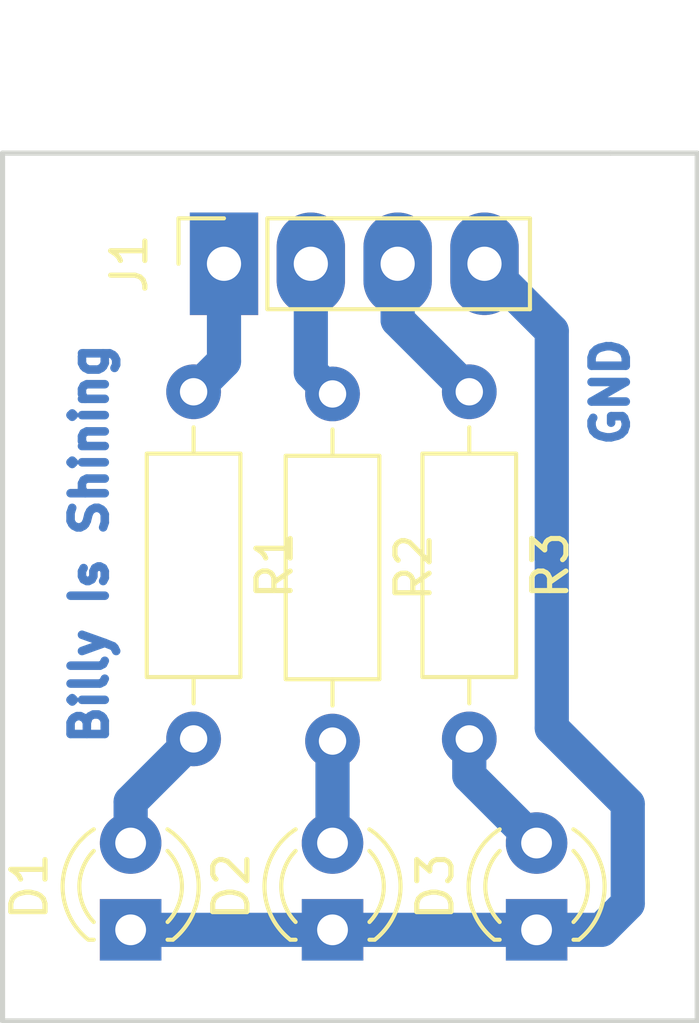
<source format=kicad_pcb>
(kicad_pcb (version 20171130) (host pcbnew "(5.0.1)-3")

  (general
    (thickness 1.6)
    (drawings 7)
    (tracks 19)
    (zones 0)
    (modules 7)
    (nets 8)
  )

  (page A4)
  (layers
    (0 F.Cu signal)
    (31 B.Cu signal)
    (32 B.Adhes user)
    (33 F.Adhes user)
    (34 B.Paste user)
    (35 F.Paste user)
    (36 B.SilkS user)
    (37 F.SilkS user)
    (38 B.Mask user)
    (39 F.Mask user)
    (40 Dwgs.User user)
    (41 Cmts.User user)
    (42 Eco1.User user)
    (43 Eco2.User user)
    (44 Edge.Cuts user)
    (45 Margin user)
    (46 B.CrtYd user)
    (47 F.CrtYd user)
    (48 B.Fab user)
    (49 F.Fab user)
  )

  (setup
    (last_trace_width 1)
    (user_trace_width 1)
    (trace_clearance 0.2)
    (zone_clearance 0.508)
    (zone_45_only no)
    (trace_min 0.2)
    (segment_width 0.2)
    (edge_width 0.15)
    (via_size 0.8)
    (via_drill 0.4)
    (via_min_size 0.4)
    (via_min_drill 0.3)
    (uvia_size 0.3)
    (uvia_drill 0.1)
    (uvias_allowed no)
    (uvia_min_size 0.2)
    (uvia_min_drill 0.1)
    (pcb_text_width 0.3)
    (pcb_text_size 1.5 1.5)
    (mod_edge_width 0.15)
    (mod_text_size 1 1)
    (mod_text_width 0.15)
    (pad_size 3 2)
    (pad_drill 1)
    (pad_to_mask_clearance 0.051)
    (solder_mask_min_width 0.25)
    (aux_axis_origin 0 0)
    (visible_elements FFFFFF7F)
    (pcbplotparams
      (layerselection 0x010fc_ffffffff)
      (usegerberextensions false)
      (usegerberattributes false)
      (usegerberadvancedattributes false)
      (creategerberjobfile false)
      (excludeedgelayer true)
      (linewidth 0.010000)
      (plotframeref false)
      (viasonmask false)
      (mode 1)
      (useauxorigin false)
      (hpglpennumber 1)
      (hpglpenspeed 20)
      (hpglpendiameter 15.000000)
      (psnegative false)
      (psa4output false)
      (plotreference true)
      (plotvalue true)
      (plotinvisibletext false)
      (padsonsilk false)
      (subtractmaskfromsilk false)
      (outputformat 1)
      (mirror false)
      (drillshape 1)
      (scaleselection 1)
      (outputdirectory ""))
  )

  (net 0 "")
  (net 1 GND)
  (net 2 "Net-(D1-Pad2)")
  (net 3 "Net-(D2-Pad2)")
  (net 4 "Net-(D3-Pad2)")
  (net 5 "Net-(J1-Pad1)")
  (net 6 "Net-(J1-Pad2)")
  (net 7 "Net-(J1-Pad3)")

  (net_class Default "This is the default net class."
    (clearance 0.2)
    (trace_width 0.25)
    (via_dia 0.8)
    (via_drill 0.4)
    (uvia_dia 0.3)
    (uvia_drill 0.1)
    (add_net GND)
    (add_net "Net-(D1-Pad2)")
    (add_net "Net-(D2-Pad2)")
    (add_net "Net-(D3-Pad2)")
    (add_net "Net-(J1-Pad1)")
    (add_net "Net-(J1-Pad2)")
    (add_net "Net-(J1-Pad3)")
  )

  (module LED_THT:LED_D3.0mm (layer F.Cu) (tedit 587A3A7B) (tstamp 5CB12683)
    (at 109.1565 111.633 90)
    (descr "LED, diameter 3.0mm, 2 pins")
    (tags "LED diameter 3.0mm 2 pins")
    (path /5CA49D13)
    (fp_text reference D1 (at 1.27 -2.96 90) (layer F.SilkS)
      (effects (font (size 1 1) (thickness 0.15)))
    )
    (fp_text value LED (at 1.27 2.96 90) (layer F.Fab)
      (effects (font (size 1 1) (thickness 0.15)))
    )
    (fp_arc (start 1.27 0) (end -0.23 -1.16619) (angle 284.3) (layer F.Fab) (width 0.1))
    (fp_arc (start 1.27 0) (end -0.29 -1.235516) (angle 108.8) (layer F.SilkS) (width 0.12))
    (fp_arc (start 1.27 0) (end -0.29 1.235516) (angle -108.8) (layer F.SilkS) (width 0.12))
    (fp_arc (start 1.27 0) (end 0.229039 -1.08) (angle 87.9) (layer F.SilkS) (width 0.12))
    (fp_arc (start 1.27 0) (end 0.229039 1.08) (angle -87.9) (layer F.SilkS) (width 0.12))
    (fp_circle (center 1.27 0) (end 2.77 0) (layer F.Fab) (width 0.1))
    (fp_line (start -0.23 -1.16619) (end -0.23 1.16619) (layer F.Fab) (width 0.1))
    (fp_line (start -0.29 -1.236) (end -0.29 -1.08) (layer F.SilkS) (width 0.12))
    (fp_line (start -0.29 1.08) (end -0.29 1.236) (layer F.SilkS) (width 0.12))
    (fp_line (start -1.15 -2.25) (end -1.15 2.25) (layer F.CrtYd) (width 0.05))
    (fp_line (start -1.15 2.25) (end 3.7 2.25) (layer F.CrtYd) (width 0.05))
    (fp_line (start 3.7 2.25) (end 3.7 -2.25) (layer F.CrtYd) (width 0.05))
    (fp_line (start 3.7 -2.25) (end -1.15 -2.25) (layer F.CrtYd) (width 0.05))
    (pad 1 thru_hole rect (at 0 0 90) (size 1.8 1.8) (drill 0.9) (layers *.Cu *.Mask)
      (net 1 GND))
    (pad 2 thru_hole circle (at 2.54 0 90) (size 1.8 1.8) (drill 0.9) (layers *.Cu *.Mask)
      (net 2 "Net-(D1-Pad2)"))
    (model ${KISYS3DMOD}/LED_THT.3dshapes/LED_D3.0mm.wrl
      (at (xyz 0 0 0))
      (scale (xyz 1 1 1))
      (rotate (xyz 0 0 0))
    )
  )

  (module LED_THT:LED_D3.0mm (layer F.Cu) (tedit 587A3A7B) (tstamp 5CB12696)
    (at 115.062 111.633 90)
    (descr "LED, diameter 3.0mm, 2 pins")
    (tags "LED diameter 3.0mm 2 pins")
    (path /5CA49DED)
    (fp_text reference D2 (at 1.27 -2.96 90) (layer F.SilkS)
      (effects (font (size 1 1) (thickness 0.15)))
    )
    (fp_text value LED (at 1.27 2.96 90) (layer F.Fab)
      (effects (font (size 1 1) (thickness 0.15)))
    )
    (fp_line (start 3.7 -2.25) (end -1.15 -2.25) (layer F.CrtYd) (width 0.05))
    (fp_line (start 3.7 2.25) (end 3.7 -2.25) (layer F.CrtYd) (width 0.05))
    (fp_line (start -1.15 2.25) (end 3.7 2.25) (layer F.CrtYd) (width 0.05))
    (fp_line (start -1.15 -2.25) (end -1.15 2.25) (layer F.CrtYd) (width 0.05))
    (fp_line (start -0.29 1.08) (end -0.29 1.236) (layer F.SilkS) (width 0.12))
    (fp_line (start -0.29 -1.236) (end -0.29 -1.08) (layer F.SilkS) (width 0.12))
    (fp_line (start -0.23 -1.16619) (end -0.23 1.16619) (layer F.Fab) (width 0.1))
    (fp_circle (center 1.27 0) (end 2.77 0) (layer F.Fab) (width 0.1))
    (fp_arc (start 1.27 0) (end 0.229039 1.08) (angle -87.9) (layer F.SilkS) (width 0.12))
    (fp_arc (start 1.27 0) (end 0.229039 -1.08) (angle 87.9) (layer F.SilkS) (width 0.12))
    (fp_arc (start 1.27 0) (end -0.29 1.235516) (angle -108.8) (layer F.SilkS) (width 0.12))
    (fp_arc (start 1.27 0) (end -0.29 -1.235516) (angle 108.8) (layer F.SilkS) (width 0.12))
    (fp_arc (start 1.27 0) (end -0.23 -1.16619) (angle 284.3) (layer F.Fab) (width 0.1))
    (pad 2 thru_hole circle (at 2.54 0 90) (size 1.8 1.8) (drill 0.9) (layers *.Cu *.Mask)
      (net 3 "Net-(D2-Pad2)"))
    (pad 1 thru_hole rect (at 0 0 90) (size 1.8 1.8) (drill 0.9) (layers *.Cu *.Mask)
      (net 1 GND))
    (model ${KISYS3DMOD}/LED_THT.3dshapes/LED_D3.0mm.wrl
      (at (xyz 0 0 0))
      (scale (xyz 1 1 1))
      (rotate (xyz 0 0 0))
    )
  )

  (module LED_THT:LED_D3.0mm (layer F.Cu) (tedit 587A3A7B) (tstamp 5CB126A9)
    (at 121.031 111.633 90)
    (descr "LED, diameter 3.0mm, 2 pins")
    (tags "LED diameter 3.0mm 2 pins")
    (path /5CA49E7E)
    (fp_text reference D3 (at 1.27 -2.96 90) (layer F.SilkS)
      (effects (font (size 1 1) (thickness 0.15)))
    )
    (fp_text value LED (at 1.27 2.96 90) (layer F.Fab)
      (effects (font (size 1 1) (thickness 0.15)))
    )
    (fp_arc (start 1.27 0) (end -0.23 -1.16619) (angle 284.3) (layer F.Fab) (width 0.1))
    (fp_arc (start 1.27 0) (end -0.29 -1.235516) (angle 108.8) (layer F.SilkS) (width 0.12))
    (fp_arc (start 1.27 0) (end -0.29 1.235516) (angle -108.8) (layer F.SilkS) (width 0.12))
    (fp_arc (start 1.27 0) (end 0.229039 -1.08) (angle 87.9) (layer F.SilkS) (width 0.12))
    (fp_arc (start 1.27 0) (end 0.229039 1.08) (angle -87.9) (layer F.SilkS) (width 0.12))
    (fp_circle (center 1.27 0) (end 2.77 0) (layer F.Fab) (width 0.1))
    (fp_line (start -0.23 -1.16619) (end -0.23 1.16619) (layer F.Fab) (width 0.1))
    (fp_line (start -0.29 -1.236) (end -0.29 -1.08) (layer F.SilkS) (width 0.12))
    (fp_line (start -0.29 1.08) (end -0.29 1.236) (layer F.SilkS) (width 0.12))
    (fp_line (start -1.15 -2.25) (end -1.15 2.25) (layer F.CrtYd) (width 0.05))
    (fp_line (start -1.15 2.25) (end 3.7 2.25) (layer F.CrtYd) (width 0.05))
    (fp_line (start 3.7 2.25) (end 3.7 -2.25) (layer F.CrtYd) (width 0.05))
    (fp_line (start 3.7 -2.25) (end -1.15 -2.25) (layer F.CrtYd) (width 0.05))
    (pad 1 thru_hole rect (at 0 0 90) (size 1.8 1.8) (drill 0.9) (layers *.Cu *.Mask)
      (net 1 GND))
    (pad 2 thru_hole circle (at 2.54 0 90) (size 1.8 1.8) (drill 0.9) (layers *.Cu *.Mask)
      (net 4 "Net-(D3-Pad2)"))
    (model ${KISYS3DMOD}/LED_THT.3dshapes/LED_D3.0mm.wrl
      (at (xyz 0 0 0))
      (scale (xyz 1 1 1))
      (rotate (xyz 0 0 0))
    )
  )

  (module Connector_PinSocket_2.54mm:PinSocket_1x04_P2.54mm_Vertical (layer F.Cu) (tedit 5CA4A356) (tstamp 5CB126C1)
    (at 111.887 92.1385 90)
    (descr "Through hole straight socket strip, 1x04, 2.54mm pitch, single row (from Kicad 4.0.7), script generated")
    (tags "Through hole socket strip THT 1x04 2.54mm single row")
    (path /5CA4AD8C)
    (fp_text reference J1 (at 0 -2.77 90) (layer F.SilkS)
      (effects (font (size 1 1) (thickness 0.15)))
    )
    (fp_text value Conn_01x04_Female (at 0 10.39 90) (layer F.Fab)
      (effects (font (size 1 1) (thickness 0.15)))
    )
    (fp_line (start -1.27 -1.27) (end 0.635 -1.27) (layer F.Fab) (width 0.1))
    (fp_line (start 0.635 -1.27) (end 1.27 -0.635) (layer F.Fab) (width 0.1))
    (fp_line (start 1.27 -0.635) (end 1.27 8.89) (layer F.Fab) (width 0.1))
    (fp_line (start 1.27 8.89) (end -1.27 8.89) (layer F.Fab) (width 0.1))
    (fp_line (start -1.27 8.89) (end -1.27 -1.27) (layer F.Fab) (width 0.1))
    (fp_line (start -1.33 1.27) (end 1.33 1.27) (layer F.SilkS) (width 0.12))
    (fp_line (start -1.33 1.27) (end -1.33 8.95) (layer F.SilkS) (width 0.12))
    (fp_line (start -1.33 8.95) (end 1.33 8.95) (layer F.SilkS) (width 0.12))
    (fp_line (start 1.33 1.27) (end 1.33 8.95) (layer F.SilkS) (width 0.12))
    (fp_line (start 1.33 -1.33) (end 1.33 0) (layer F.SilkS) (width 0.12))
    (fp_line (start 0 -1.33) (end 1.33 -1.33) (layer F.SilkS) (width 0.12))
    (fp_line (start -1.8 -1.8) (end 1.75 -1.8) (layer F.CrtYd) (width 0.05))
    (fp_line (start 1.75 -1.8) (end 1.75 9.4) (layer F.CrtYd) (width 0.05))
    (fp_line (start 1.75 9.4) (end -1.8 9.4) (layer F.CrtYd) (width 0.05))
    (fp_line (start -1.8 9.4) (end -1.8 -1.8) (layer F.CrtYd) (width 0.05))
    (fp_text user %R (at 0 3.81 180) (layer F.Fab)
      (effects (font (size 1 1) (thickness 0.15)))
    )
    (pad 1 thru_hole rect (at 0 0 90) (size 3 2) (drill 1) (layers *.Cu *.Mask)
      (net 5 "Net-(J1-Pad1)"))
    (pad 2 thru_hole oval (at 0 2.54 90) (size 3 2) (drill 1) (layers *.Cu *.Mask)
      (net 6 "Net-(J1-Pad2)"))
    (pad 3 thru_hole oval (at 0 5.08 90) (size 3 2) (drill 1) (layers *.Cu *.Mask)
      (net 7 "Net-(J1-Pad3)"))
    (pad 4 thru_hole oval (at 0 7.62 90) (size 3 2) (drill 1) (layers *.Cu *.Mask)
      (net 1 GND))
    (model ${KISYS3DMOD}/Connector_PinSocket_2.54mm.3dshapes/PinSocket_1x04_P2.54mm_Vertical.wrl
      (at (xyz 0 0 0))
      (scale (xyz 1 1 1))
      (rotate (xyz 0 0 0))
    )
  )

  (module Resistor_THT:R_Axial_DIN0207_L6.3mm_D2.5mm_P10.16mm_Horizontal (layer F.Cu) (tedit 5AE5139B) (tstamp 5CB126D8)
    (at 110.998 95.885 270)
    (descr "Resistor, Axial_DIN0207 series, Axial, Horizontal, pin pitch=10.16mm, 0.25W = 1/4W, length*diameter=6.3*2.5mm^2, http://cdn-reichelt.de/documents/datenblatt/B400/1_4W%23YAG.pdf")
    (tags "Resistor Axial_DIN0207 series Axial Horizontal pin pitch 10.16mm 0.25W = 1/4W length 6.3mm diameter 2.5mm")
    (path /5CA4A1F1)
    (fp_text reference R1 (at 5.08 -2.37 270) (layer F.SilkS)
      (effects (font (size 1 1) (thickness 0.15)))
    )
    (fp_text value 220 (at 5.08 2.37 270) (layer F.Fab)
      (effects (font (size 1 1) (thickness 0.15)))
    )
    (fp_line (start 1.93 -1.25) (end 1.93 1.25) (layer F.Fab) (width 0.1))
    (fp_line (start 1.93 1.25) (end 8.23 1.25) (layer F.Fab) (width 0.1))
    (fp_line (start 8.23 1.25) (end 8.23 -1.25) (layer F.Fab) (width 0.1))
    (fp_line (start 8.23 -1.25) (end 1.93 -1.25) (layer F.Fab) (width 0.1))
    (fp_line (start 0 0) (end 1.93 0) (layer F.Fab) (width 0.1))
    (fp_line (start 10.16 0) (end 8.23 0) (layer F.Fab) (width 0.1))
    (fp_line (start 1.81 -1.37) (end 1.81 1.37) (layer F.SilkS) (width 0.12))
    (fp_line (start 1.81 1.37) (end 8.35 1.37) (layer F.SilkS) (width 0.12))
    (fp_line (start 8.35 1.37) (end 8.35 -1.37) (layer F.SilkS) (width 0.12))
    (fp_line (start 8.35 -1.37) (end 1.81 -1.37) (layer F.SilkS) (width 0.12))
    (fp_line (start 1.04 0) (end 1.81 0) (layer F.SilkS) (width 0.12))
    (fp_line (start 9.12 0) (end 8.35 0) (layer F.SilkS) (width 0.12))
    (fp_line (start -1.05 -1.5) (end -1.05 1.5) (layer F.CrtYd) (width 0.05))
    (fp_line (start -1.05 1.5) (end 11.21 1.5) (layer F.CrtYd) (width 0.05))
    (fp_line (start 11.21 1.5) (end 11.21 -1.5) (layer F.CrtYd) (width 0.05))
    (fp_line (start 11.21 -1.5) (end -1.05 -1.5) (layer F.CrtYd) (width 0.05))
    (fp_text user %R (at 5.08 0 270) (layer F.Fab)
      (effects (font (size 1 1) (thickness 0.15)))
    )
    (pad 1 thru_hole circle (at 0 0 270) (size 1.6 1.6) (drill 0.8) (layers *.Cu *.Mask)
      (net 5 "Net-(J1-Pad1)"))
    (pad 2 thru_hole oval (at 10.16 0 270) (size 1.6 1.6) (drill 0.8) (layers *.Cu *.Mask)
      (net 2 "Net-(D1-Pad2)"))
    (model ${KISYS3DMOD}/Resistor_THT.3dshapes/R_Axial_DIN0207_L6.3mm_D2.5mm_P10.16mm_Horizontal.wrl
      (at (xyz 0 0 0))
      (scale (xyz 1 1 1))
      (rotate (xyz 0 0 0))
    )
  )

  (module Resistor_THT:R_Axial_DIN0207_L6.3mm_D2.5mm_P10.16mm_Horizontal (layer F.Cu) (tedit 5AE5139B) (tstamp 5CB126EF)
    (at 115.062 95.9485 270)
    (descr "Resistor, Axial_DIN0207 series, Axial, Horizontal, pin pitch=10.16mm, 0.25W = 1/4W, length*diameter=6.3*2.5mm^2, http://cdn-reichelt.de/documents/datenblatt/B400/1_4W%23YAG.pdf")
    (tags "Resistor Axial_DIN0207 series Axial Horizontal pin pitch 10.16mm 0.25W = 1/4W length 6.3mm diameter 2.5mm")
    (path /5CA4A2A7)
    (fp_text reference R2 (at 5.08 -2.37 270) (layer F.SilkS)
      (effects (font (size 1 1) (thickness 0.15)))
    )
    (fp_text value 220 (at 5.08 2.37 270) (layer F.Fab)
      (effects (font (size 1 1) (thickness 0.15)))
    )
    (fp_text user %R (at 5.08 0 270) (layer F.Fab)
      (effects (font (size 1 1) (thickness 0.15)))
    )
    (fp_line (start 11.21 -1.5) (end -1.05 -1.5) (layer F.CrtYd) (width 0.05))
    (fp_line (start 11.21 1.5) (end 11.21 -1.5) (layer F.CrtYd) (width 0.05))
    (fp_line (start -1.05 1.5) (end 11.21 1.5) (layer F.CrtYd) (width 0.05))
    (fp_line (start -1.05 -1.5) (end -1.05 1.5) (layer F.CrtYd) (width 0.05))
    (fp_line (start 9.12 0) (end 8.35 0) (layer F.SilkS) (width 0.12))
    (fp_line (start 1.04 0) (end 1.81 0) (layer F.SilkS) (width 0.12))
    (fp_line (start 8.35 -1.37) (end 1.81 -1.37) (layer F.SilkS) (width 0.12))
    (fp_line (start 8.35 1.37) (end 8.35 -1.37) (layer F.SilkS) (width 0.12))
    (fp_line (start 1.81 1.37) (end 8.35 1.37) (layer F.SilkS) (width 0.12))
    (fp_line (start 1.81 -1.37) (end 1.81 1.37) (layer F.SilkS) (width 0.12))
    (fp_line (start 10.16 0) (end 8.23 0) (layer F.Fab) (width 0.1))
    (fp_line (start 0 0) (end 1.93 0) (layer F.Fab) (width 0.1))
    (fp_line (start 8.23 -1.25) (end 1.93 -1.25) (layer F.Fab) (width 0.1))
    (fp_line (start 8.23 1.25) (end 8.23 -1.25) (layer F.Fab) (width 0.1))
    (fp_line (start 1.93 1.25) (end 8.23 1.25) (layer F.Fab) (width 0.1))
    (fp_line (start 1.93 -1.25) (end 1.93 1.25) (layer F.Fab) (width 0.1))
    (pad 2 thru_hole oval (at 10.16 0 270) (size 1.6 1.6) (drill 0.8) (layers *.Cu *.Mask)
      (net 3 "Net-(D2-Pad2)"))
    (pad 1 thru_hole circle (at 0 0 270) (size 1.6 1.6) (drill 0.8) (layers *.Cu *.Mask)
      (net 6 "Net-(J1-Pad2)"))
    (model ${KISYS3DMOD}/Resistor_THT.3dshapes/R_Axial_DIN0207_L6.3mm_D2.5mm_P10.16mm_Horizontal.wrl
      (at (xyz 0 0 0))
      (scale (xyz 1 1 1))
      (rotate (xyz 0 0 0))
    )
  )

  (module Resistor_THT:R_Axial_DIN0207_L6.3mm_D2.5mm_P10.16mm_Horizontal (layer F.Cu) (tedit 5AE5139B) (tstamp 5CB12706)
    (at 119.0625 95.885 270)
    (descr "Resistor, Axial_DIN0207 series, Axial, Horizontal, pin pitch=10.16mm, 0.25W = 1/4W, length*diameter=6.3*2.5mm^2, http://cdn-reichelt.de/documents/datenblatt/B400/1_4W%23YAG.pdf")
    (tags "Resistor Axial_DIN0207 series Axial Horizontal pin pitch 10.16mm 0.25W = 1/4W length 6.3mm diameter 2.5mm")
    (path /5CA4A363)
    (fp_text reference R3 (at 5.08 -2.37 270) (layer F.SilkS)
      (effects (font (size 1 1) (thickness 0.15)))
    )
    (fp_text value 220 (at 5.08 2.37 270) (layer F.Fab)
      (effects (font (size 1 1) (thickness 0.15)))
    )
    (fp_line (start 1.93 -1.25) (end 1.93 1.25) (layer F.Fab) (width 0.1))
    (fp_line (start 1.93 1.25) (end 8.23 1.25) (layer F.Fab) (width 0.1))
    (fp_line (start 8.23 1.25) (end 8.23 -1.25) (layer F.Fab) (width 0.1))
    (fp_line (start 8.23 -1.25) (end 1.93 -1.25) (layer F.Fab) (width 0.1))
    (fp_line (start 0 0) (end 1.93 0) (layer F.Fab) (width 0.1))
    (fp_line (start 10.16 0) (end 8.23 0) (layer F.Fab) (width 0.1))
    (fp_line (start 1.81 -1.37) (end 1.81 1.37) (layer F.SilkS) (width 0.12))
    (fp_line (start 1.81 1.37) (end 8.35 1.37) (layer F.SilkS) (width 0.12))
    (fp_line (start 8.35 1.37) (end 8.35 -1.37) (layer F.SilkS) (width 0.12))
    (fp_line (start 8.35 -1.37) (end 1.81 -1.37) (layer F.SilkS) (width 0.12))
    (fp_line (start 1.04 0) (end 1.81 0) (layer F.SilkS) (width 0.12))
    (fp_line (start 9.12 0) (end 8.35 0) (layer F.SilkS) (width 0.12))
    (fp_line (start -1.05 -1.5) (end -1.05 1.5) (layer F.CrtYd) (width 0.05))
    (fp_line (start -1.05 1.5) (end 11.21 1.5) (layer F.CrtYd) (width 0.05))
    (fp_line (start 11.21 1.5) (end 11.21 -1.5) (layer F.CrtYd) (width 0.05))
    (fp_line (start 11.21 -1.5) (end -1.05 -1.5) (layer F.CrtYd) (width 0.05))
    (fp_text user %R (at 5.08 0 270) (layer F.Fab)
      (effects (font (size 1 1) (thickness 0.15)))
    )
    (pad 1 thru_hole circle (at 0 0 270) (size 1.6 1.6) (drill 0.8) (layers *.Cu *.Mask)
      (net 7 "Net-(J1-Pad3)"))
    (pad 2 thru_hole oval (at 10.16 0 270) (size 1.6 1.6) (drill 0.8) (layers *.Cu *.Mask)
      (net 4 "Net-(D3-Pad2)"))
    (model ${KISYS3DMOD}/Resistor_THT.3dshapes/R_Axial_DIN0207_L6.3mm_D2.5mm_P10.16mm_Horizontal.wrl
      (at (xyz 0 0 0))
      (scale (xyz 1 1 1))
      (rotate (xyz 0 0 0))
    )
  )

  (gr_text "Billy Is Shining" (at 107.95 100.33 90) (layer B.Cu)
    (effects (font (size 1 1) (thickness 0.25)))
  )
  (gr_text GND (at 123.19 95.885 90) (layer B.Cu)
    (effects (font (size 1 1) (thickness 0.25)))
  )
  (gr_line (start 125.73 114.3) (end 105.41 114.3) (layer Edge.Cuts) (width 0.15))
  (gr_line (start 125.73 88.9) (end 125.73 114.3) (layer Edge.Cuts) (width 0.15))
  (gr_line (start 123.19 88.9) (end 125.73 88.9) (layer Edge.Cuts) (width 0.15))
  (gr_line (start 105.41 88.9) (end 123.19 88.9) (layer Edge.Cuts) (width 0.15))
  (gr_line (start 105.41 114.3) (end 105.41 88.9) (layer Edge.Cuts) (width 0.15))

  (segment (start 109.1565 111.633) (end 115.062 111.633) (width 1) (layer B.Cu) (net 1))
  (segment (start 115.062 111.633) (end 121.031 111.633) (width 1) (layer B.Cu) (net 1))
  (segment (start 122.931 111.633) (end 123.698 110.866) (width 1) (layer B.Cu) (net 1))
  (segment (start 121.031 111.633) (end 122.931 111.633) (width 1) (layer B.Cu) (net 1))
  (segment (start 123.698 110.866) (end 123.698 107.95) (width 1) (layer B.Cu) (net 1))
  (segment (start 123.698 107.95) (end 121.4755 105.7275) (width 1) (layer B.Cu) (net 1))
  (segment (start 121.4755 94.107) (end 119.507 92.1385) (width 1) (layer B.Cu) (net 1))
  (segment (start 121.4755 105.7275) (end 121.4755 94.107) (width 1) (layer B.Cu) (net 1))
  (segment (start 109.1565 107.8865) (end 110.998 106.045) (width 1) (layer B.Cu) (net 2))
  (segment (start 109.1565 109.093) (end 109.1565 107.8865) (width 1) (layer B.Cu) (net 2))
  (segment (start 115.062 106.1085) (end 115.062 109.093) (width 1) (layer B.Cu) (net 3))
  (segment (start 119.0625 107.1245) (end 121.031 109.093) (width 1) (layer B.Cu) (net 4))
  (segment (start 119.0625 106.045) (end 119.0625 107.1245) (width 1) (layer B.Cu) (net 4))
  (segment (start 111.887 94.996) (end 110.998 95.885) (width 1) (layer B.Cu) (net 5))
  (segment (start 111.887 92.1385) (end 111.887 94.996) (width 1) (layer B.Cu) (net 5))
  (segment (start 114.427 95.3135) (end 115.062 95.9485) (width 1) (layer B.Cu) (net 6))
  (segment (start 114.427 92.1385) (end 114.427 95.3135) (width 1) (layer B.Cu) (net 6))
  (segment (start 116.967 93.7895) (end 119.0625 95.885) (width 1) (layer B.Cu) (net 7))
  (segment (start 116.967 92.1385) (end 116.967 93.7895) (width 1) (layer B.Cu) (net 7))

)

</source>
